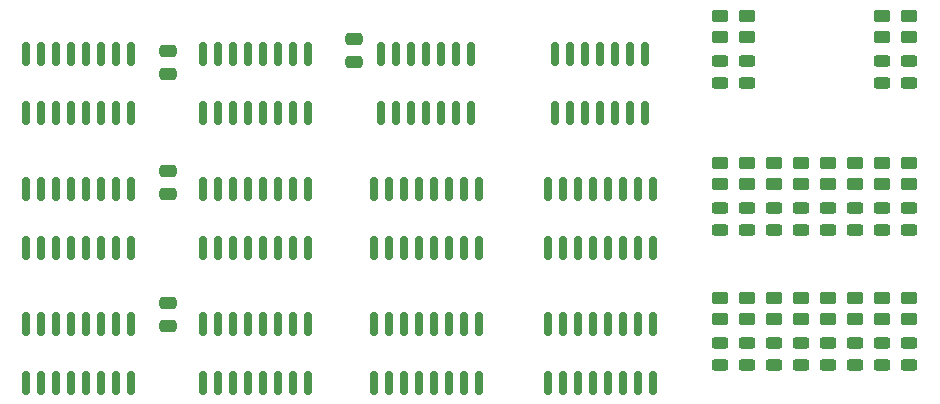
<source format=gbr>
%TF.GenerationSoftware,KiCad,Pcbnew,(6.0.0-0)*%
%TF.CreationDate,2022-03-19T19:47:00-04:00*%
%TF.ProjectId,interrupts,696e7465-7272-4757-9074-732e6b696361,rev?*%
%TF.SameCoordinates,Original*%
%TF.FileFunction,Paste,Top*%
%TF.FilePolarity,Positive*%
%FSLAX46Y46*%
G04 Gerber Fmt 4.6, Leading zero omitted, Abs format (unit mm)*
G04 Created by KiCad (PCBNEW (6.0.0-0)) date 2022-03-19 19:47:00*
%MOMM*%
%LPD*%
G01*
G04 APERTURE LIST*
G04 Aperture macros list*
%AMRoundRect*
0 Rectangle with rounded corners*
0 $1 Rounding radius*
0 $2 $3 $4 $5 $6 $7 $8 $9 X,Y pos of 4 corners*
0 Add a 4 corners polygon primitive as box body*
4,1,4,$2,$3,$4,$5,$6,$7,$8,$9,$2,$3,0*
0 Add four circle primitives for the rounded corners*
1,1,$1+$1,$2,$3*
1,1,$1+$1,$4,$5*
1,1,$1+$1,$6,$7*
1,1,$1+$1,$8,$9*
0 Add four rect primitives between the rounded corners*
20,1,$1+$1,$2,$3,$4,$5,0*
20,1,$1+$1,$4,$5,$6,$7,0*
20,1,$1+$1,$6,$7,$8,$9,0*
20,1,$1+$1,$8,$9,$2,$3,0*%
G04 Aperture macros list end*
%ADD10RoundRect,0.250000X0.450000X-0.262500X0.450000X0.262500X-0.450000X0.262500X-0.450000X-0.262500X0*%
%ADD11RoundRect,0.243750X-0.456250X0.243750X-0.456250X-0.243750X0.456250X-0.243750X0.456250X0.243750X0*%
%ADD12RoundRect,0.150000X0.150000X-0.825000X0.150000X0.825000X-0.150000X0.825000X-0.150000X-0.825000X0*%
%ADD13RoundRect,0.250000X0.475000X-0.250000X0.475000X0.250000X-0.475000X0.250000X-0.475000X-0.250000X0*%
%ADD14RoundRect,0.250000X-0.475000X0.250000X-0.475000X-0.250000X0.475000X-0.250000X0.475000X0.250000X0*%
G04 APERTURE END LIST*
D10*
%TO.C,R3*%
X165862000Y-105814500D03*
X165862000Y-103989500D03*
%TD*%
%TO.C,R2*%
X179578000Y-93368500D03*
X179578000Y-91543500D03*
%TD*%
D11*
%TO.C,D14*%
X177292000Y-119204500D03*
X177292000Y-121079500D03*
%TD*%
D10*
%TO.C,R17*%
X181864000Y-105814500D03*
X181864000Y-103989500D03*
%TD*%
D12*
%TO.C,U3*%
X136525000Y-122617000D03*
X137795000Y-122617000D03*
X139065000Y-122617000D03*
X140335000Y-122617000D03*
X141605000Y-122617000D03*
X142875000Y-122617000D03*
X144145000Y-122617000D03*
X145415000Y-122617000D03*
X145415000Y-117667000D03*
X144145000Y-117667000D03*
X142875000Y-117667000D03*
X141605000Y-117667000D03*
X140335000Y-117667000D03*
X139065000Y-117667000D03*
X137795000Y-117667000D03*
X136525000Y-117667000D03*
%TD*%
D11*
%TO.C,D9*%
X172720000Y-107774500D03*
X172720000Y-109649500D03*
%TD*%
%TO.C,D20*%
X181864000Y-95328500D03*
X181864000Y-97203500D03*
%TD*%
D12*
%TO.C,U1*%
X137160000Y-99757000D03*
X138430000Y-99757000D03*
X139700000Y-99757000D03*
X140970000Y-99757000D03*
X142240000Y-99757000D03*
X143510000Y-99757000D03*
X144780000Y-99757000D03*
X144780000Y-94807000D03*
X143510000Y-94807000D03*
X142240000Y-94807000D03*
X140970000Y-94807000D03*
X139700000Y-94807000D03*
X138430000Y-94807000D03*
X137160000Y-94807000D03*
%TD*%
D11*
%TO.C,D18*%
X181864000Y-119204500D03*
X181864000Y-121079500D03*
%TD*%
%TO.C,D1*%
X165862000Y-95328500D03*
X165862000Y-97203500D03*
%TD*%
%TO.C,D12*%
X175006000Y-119204500D03*
X175006000Y-121079500D03*
%TD*%
%TO.C,D2*%
X179578000Y-95328500D03*
X179578000Y-97203500D03*
%TD*%
D13*
%TO.C,C4*%
X134874000Y-95438000D03*
X134874000Y-93538000D03*
%TD*%
D10*
%TO.C,R15*%
X179578000Y-105814500D03*
X179578000Y-103989500D03*
%TD*%
D11*
%TO.C,D8*%
X170434000Y-119204500D03*
X170434000Y-121079500D03*
%TD*%
D12*
%TO.C,U5*%
X151257000Y-122617000D03*
X152527000Y-122617000D03*
X153797000Y-122617000D03*
X155067000Y-122617000D03*
X156337000Y-122617000D03*
X157607000Y-122617000D03*
X158877000Y-122617000D03*
X160147000Y-122617000D03*
X160147000Y-117667000D03*
X158877000Y-117667000D03*
X157607000Y-117667000D03*
X156337000Y-117667000D03*
X155067000Y-117667000D03*
X153797000Y-117667000D03*
X152527000Y-117667000D03*
X151257000Y-117667000D03*
%TD*%
D11*
%TO.C,D16*%
X179578000Y-119204500D03*
X179578000Y-121079500D03*
%TD*%
%TO.C,D17*%
X181864000Y-107774500D03*
X181864000Y-109649500D03*
%TD*%
D10*
%TO.C,R6*%
X168148000Y-117244500D03*
X168148000Y-115419500D03*
%TD*%
%TO.C,R1*%
X165862000Y-93368500D03*
X165862000Y-91543500D03*
%TD*%
%TO.C,R16*%
X179578000Y-117244500D03*
X179578000Y-115419500D03*
%TD*%
D11*
%TO.C,D5*%
X168148000Y-107774500D03*
X168148000Y-109649500D03*
%TD*%
D12*
%TO.C,U2*%
X136525000Y-111187000D03*
X137795000Y-111187000D03*
X139065000Y-111187000D03*
X140335000Y-111187000D03*
X141605000Y-111187000D03*
X142875000Y-111187000D03*
X144145000Y-111187000D03*
X145415000Y-111187000D03*
X145415000Y-106237000D03*
X144145000Y-106237000D03*
X142875000Y-106237000D03*
X141605000Y-106237000D03*
X140335000Y-106237000D03*
X139065000Y-106237000D03*
X137795000Y-106237000D03*
X136525000Y-106237000D03*
%TD*%
D10*
%TO.C,R13*%
X177292000Y-105814500D03*
X177292000Y-103989500D03*
%TD*%
D12*
%TO.C,U10*%
X107061000Y-122617000D03*
X108331000Y-122617000D03*
X109601000Y-122617000D03*
X110871000Y-122617000D03*
X112141000Y-122617000D03*
X113411000Y-122617000D03*
X114681000Y-122617000D03*
X115951000Y-122617000D03*
X115951000Y-117667000D03*
X114681000Y-117667000D03*
X113411000Y-117667000D03*
X112141000Y-117667000D03*
X110871000Y-117667000D03*
X109601000Y-117667000D03*
X108331000Y-117667000D03*
X107061000Y-117667000D03*
%TD*%
D10*
%TO.C,R7*%
X170434000Y-105814500D03*
X170434000Y-103989500D03*
%TD*%
D11*
%TO.C,D15*%
X179578000Y-107774500D03*
X179578000Y-109649500D03*
%TD*%
D14*
%TO.C,C2*%
X119126000Y-94554000D03*
X119126000Y-96454000D03*
%TD*%
D10*
%TO.C,R5*%
X168148000Y-105814500D03*
X168148000Y-103989500D03*
%TD*%
%TO.C,R9*%
X172720000Y-105814500D03*
X172720000Y-103989500D03*
%TD*%
D11*
%TO.C,D3*%
X165862000Y-107774500D03*
X165862000Y-109649500D03*
%TD*%
%TO.C,D4*%
X165862000Y-119204500D03*
X165862000Y-121079500D03*
%TD*%
D12*
%TO.C,U8*%
X107061000Y-111187000D03*
X108331000Y-111187000D03*
X109601000Y-111187000D03*
X110871000Y-111187000D03*
X112141000Y-111187000D03*
X113411000Y-111187000D03*
X114681000Y-111187000D03*
X115951000Y-111187000D03*
X115951000Y-106237000D03*
X114681000Y-106237000D03*
X113411000Y-106237000D03*
X112141000Y-106237000D03*
X110871000Y-106237000D03*
X109601000Y-106237000D03*
X108331000Y-106237000D03*
X107061000Y-106237000D03*
%TD*%
D10*
%TO.C,R8*%
X170434000Y-117244500D03*
X170434000Y-115419500D03*
%TD*%
%TO.C,R10*%
X172720000Y-117244500D03*
X172720000Y-115419500D03*
%TD*%
%TO.C,R20*%
X181864000Y-93368500D03*
X181864000Y-91543500D03*
%TD*%
%TO.C,R4*%
X165862000Y-117244500D03*
X165862000Y-115419500D03*
%TD*%
D12*
%TO.C,U12*%
X122047000Y-99757000D03*
X123317000Y-99757000D03*
X124587000Y-99757000D03*
X125857000Y-99757000D03*
X127127000Y-99757000D03*
X128397000Y-99757000D03*
X129667000Y-99757000D03*
X130937000Y-99757000D03*
X130937000Y-94807000D03*
X129667000Y-94807000D03*
X128397000Y-94807000D03*
X127127000Y-94807000D03*
X125857000Y-94807000D03*
X124587000Y-94807000D03*
X123317000Y-94807000D03*
X122047000Y-94807000D03*
%TD*%
%TO.C,U6*%
X151892000Y-99757000D03*
X153162000Y-99757000D03*
X154432000Y-99757000D03*
X155702000Y-99757000D03*
X156972000Y-99757000D03*
X158242000Y-99757000D03*
X159512000Y-99757000D03*
X159512000Y-94807000D03*
X158242000Y-94807000D03*
X156972000Y-94807000D03*
X155702000Y-94807000D03*
X154432000Y-94807000D03*
X153162000Y-94807000D03*
X151892000Y-94807000D03*
%TD*%
D13*
%TO.C,C3*%
X119126000Y-117790000D03*
X119126000Y-115890000D03*
%TD*%
D11*
%TO.C,D19*%
X168148000Y-95328500D03*
X168148000Y-97203500D03*
%TD*%
%TO.C,D11*%
X175006000Y-107774500D03*
X175006000Y-109649500D03*
%TD*%
D10*
%TO.C,R19*%
X168111000Y-93368500D03*
X168111000Y-91543500D03*
%TD*%
D11*
%TO.C,D7*%
X170434000Y-107774500D03*
X170434000Y-109649500D03*
%TD*%
D12*
%TO.C,U7*%
X107061000Y-99757000D03*
X108331000Y-99757000D03*
X109601000Y-99757000D03*
X110871000Y-99757000D03*
X112141000Y-99757000D03*
X113411000Y-99757000D03*
X114681000Y-99757000D03*
X115951000Y-99757000D03*
X115951000Y-94807000D03*
X114681000Y-94807000D03*
X113411000Y-94807000D03*
X112141000Y-94807000D03*
X110871000Y-94807000D03*
X109601000Y-94807000D03*
X108331000Y-94807000D03*
X107061000Y-94807000D03*
%TD*%
D11*
%TO.C,D10*%
X172720000Y-119204500D03*
X172720000Y-121079500D03*
%TD*%
D12*
%TO.C,U4*%
X151257000Y-111187000D03*
X152527000Y-111187000D03*
X153797000Y-111187000D03*
X155067000Y-111187000D03*
X156337000Y-111187000D03*
X157607000Y-111187000D03*
X158877000Y-111187000D03*
X160147000Y-111187000D03*
X160147000Y-106237000D03*
X158877000Y-106237000D03*
X157607000Y-106237000D03*
X156337000Y-106237000D03*
X155067000Y-106237000D03*
X153797000Y-106237000D03*
X152527000Y-106237000D03*
X151257000Y-106237000D03*
%TD*%
%TO.C,U11*%
X122047000Y-122617000D03*
X123317000Y-122617000D03*
X124587000Y-122617000D03*
X125857000Y-122617000D03*
X127127000Y-122617000D03*
X128397000Y-122617000D03*
X129667000Y-122617000D03*
X130937000Y-122617000D03*
X130937000Y-117667000D03*
X129667000Y-117667000D03*
X128397000Y-117667000D03*
X127127000Y-117667000D03*
X125857000Y-117667000D03*
X124587000Y-117667000D03*
X123317000Y-117667000D03*
X122047000Y-117667000D03*
%TD*%
D11*
%TO.C,D6*%
X168148000Y-119204500D03*
X168148000Y-121079500D03*
%TD*%
D12*
%TO.C,U9*%
X122047000Y-111187000D03*
X123317000Y-111187000D03*
X124587000Y-111187000D03*
X125857000Y-111187000D03*
X127127000Y-111187000D03*
X128397000Y-111187000D03*
X129667000Y-111187000D03*
X130937000Y-111187000D03*
X130937000Y-106237000D03*
X129667000Y-106237000D03*
X128397000Y-106237000D03*
X127127000Y-106237000D03*
X125857000Y-106237000D03*
X124587000Y-106237000D03*
X123317000Y-106237000D03*
X122047000Y-106237000D03*
%TD*%
D13*
%TO.C,C1*%
X119126000Y-106614000D03*
X119126000Y-104714000D03*
%TD*%
D10*
%TO.C,R12*%
X175006000Y-117244500D03*
X175006000Y-115419500D03*
%TD*%
%TO.C,R14*%
X177292000Y-117244500D03*
X177292000Y-115419500D03*
%TD*%
%TO.C,R11*%
X175006000Y-105814500D03*
X175006000Y-103989500D03*
%TD*%
%TO.C,R18*%
X181864000Y-117244500D03*
X181864000Y-115419500D03*
%TD*%
D11*
%TO.C,D13*%
X177292000Y-107774500D03*
X177292000Y-109649500D03*
%TD*%
M02*

</source>
